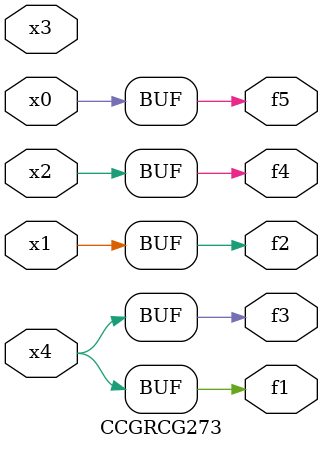
<source format=v>
module CCGRCG273(
	input x0, x1, x2, x3, x4,
	output f1, f2, f3, f4, f5
);
	assign f1 = x4;
	assign f2 = x1;
	assign f3 = x4;
	assign f4 = x2;
	assign f5 = x0;
endmodule

</source>
